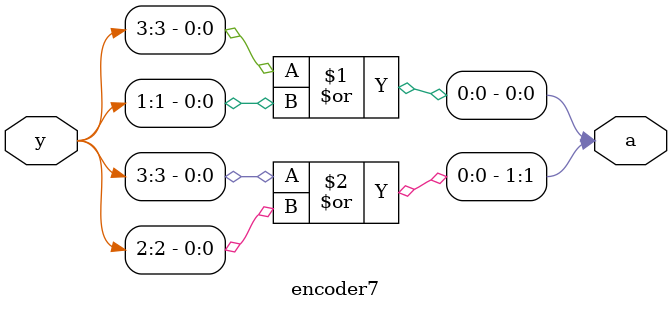
<source format=v>
module encoder7(y,a);
    input [3:0] y;
    output [1:0] a;

    assign a[0] = y[3] | y[1];
    assign a[1] = y[3] | y[2];

endmodule
</source>
